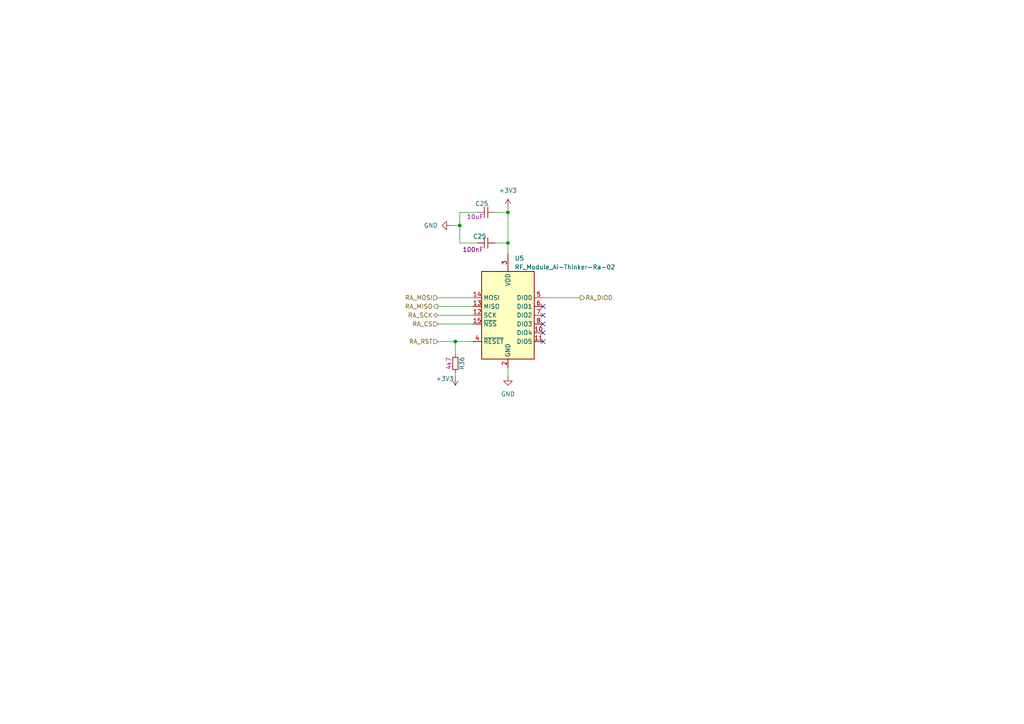
<source format=kicad_sch>
(kicad_sch (version 20230121) (generator eeschema)
  (paper "A4")
  (lib_symbols
    (symbol "DienLIB:C_0603" (pin_numbers hide) (pin_names (offset 0.254) hide)
      (property "Reference" "C" (at 0.254 1.778 0))
      (symbol "C_0603_1_1"
        (polyline (pts (xy -1.524 -0.508) (xy 1.524 -0.508)) (stroke (width 0.2)))
        (polyline (pts (xy -1.524 0.508) (xy 1.524 0.508)) (stroke (width 0.2)))
        (pin passive line (at 0 2.54 270) (length 2.032) (name "~") (number "1"))
        (pin passive line (at 0 -2.54 90) (length 2.032) (name "~") (number "2"))
      )
    )
    (symbol "DienLIB:R_0603" (pin_numbers hide) (pin_names (offset 0.254) hide)
      (property "Reference" "R" (at 0.762 0.508 0))
      (symbol "R_0603_0_1"
        (rectangle (start -0.762 1.778) (end 0.762 -1.778) (stroke (width 0.2032)))
      )
      (symbol "R_0603_1_1"
        (pin passive line (at 0 2.54 270) (length 0.762) (name "~") (number "1"))
        (pin passive line (at 0 -2.54 90) (length 0.762) (name "~") (number "2"))
      )
    )
    (symbol "IVS_SYMBOLS:RF_Module_Ai-Thinker-Ra-02"
      (property "Reference" "U" (at 2.54 19.05 0))
      (property "Value" "RF_Module_Ai-Thinker-Ra-02" (at 13.97 -15.24 0))
      (symbol "RF_Module_Ai-Thinker-Ra-02_0_1"
        (rectangle (start -7.62 12.7) (end 7.62 -12.7) (stroke (width 0.254)) (fill (type background)))
      )
      (symbol "RF_Module_Ai-Thinker-Ra-02_1_1"
        (pin passive line (at 0 -15.24 90) (length 2.54) hide (name "GND") (number "1"))
        (pin bidirectional line (at 10.16 -5.08 180) (length 2.54) (name "DIO4") (number "10"))
        (pin bidirectional line (at 10.16 -7.62 180) (length 2.54) (name "DIO5") (number "11"))
        (pin input line (at -10.16 0 0) (length 2.54) (name "SCK") (number "12"))
        (pin output line (at -10.16 2.54 0) (length 2.54) (name "MISO") (number "13"))
        (pin input line (at -10.16 5.08 0) (length 2.54) (name "MOSI") (number "14"))
        (pin input line (at -10.16 -2.54 0) (length 2.54) (name "~{NSS}") (number "15"))
        (pin passive line (at 0 -15.24 90) (length 2.54) hide (name "GND") (number "16"))
        (pin power_in line (at 0 -15.24 90) (length 2.54) (name "GND") (number "2"))
        (pin power_in line (at 0 17.78 270) (length 5.08) (name "VDD") (number "3"))
        (pin input line (at -10.16 -7.62 0) (length 2.54) (name "~{RESET}") (number "4"))
        (pin bidirectional line (at 10.16 5.08 180) (length 2.54) (name "DIO0") (number "5"))
        (pin bidirectional line (at 10.16 2.54 180) (length 2.54) (name "DIO1") (number "6"))
        (pin bidirectional line (at 10.16 0 180) (length 2.54) (name "DIO2") (number "7"))
        (pin bidirectional line (at 10.16 -2.54 180) (length 2.54) (name "DIO3") (number "8"))
        (pin passive line (at 0 -15.24 90) (length 2.54) hide (name "GND") (number "9"))
      )
    )
    (symbol "power:+3V3" (power) (pin_names (offset 0))
      (property "Value" "+3V3" (at 0 3.556 0))
      (symbol "+3V3_0_1"
        (polyline (pts (xy -0.762 1.27) (xy 0 2.54)))
        (polyline (pts (xy 0 0) (xy 0 2.54)))
        (polyline (pts (xy 0 2.54) (xy 0.762 1.27)))
      )
      (symbol "+3V3_1_1"
        (pin power_in line (at 0 0 90) (length 0) hide (name "+3V3") (number "1"))
      )
    )
    (symbol "power:GND" (power) (pin_names (offset 0))
      (property "Value" "GND" (at 0 -3.81 0))
      (symbol "GND_0_1"
        (polyline (pts (xy 0 0) (xy 0 -1.27) (xy 1.27 -1.27) (xy 0 -2.54) (xy -1.27 -1.27) (xy 0 -1.27)))
      )
      (symbol "GND_1_1"
        (pin power_in line (at 0 0 270) (length 0) hide (name "GND") (number "1"))
      )
    )
  )
  (junction (at 147.32 61.595))
  (junction (at 133.35 65.405))
  (junction (at 132.08 99.06))
  (junction (at 147.32 70.485))
  (no_connect (at 157.48 88.9))
  (no_connect (at 157.48 91.44))
  (no_connect (at 157.48 99.06))
  (no_connect (at 157.48 96.52))
  (no_connect (at 157.48 93.98))
  (wire (pts (xy 147.32 61.595) (xy 147.32 70.485)))
  (wire (pts (xy 130.81 65.405) (xy 133.35 65.405)))
  (wire (pts (xy 127 93.98) (xy 137.16 93.98)))
  (wire (pts (xy 133.35 61.595) (xy 138.43 61.595)))
  (wire (pts (xy 127 88.9) (xy 137.16 88.9)))
  (wire (pts (xy 133.35 61.595) (xy 133.35 65.405)))
  (wire (pts (xy 133.35 70.485) (xy 138.43 70.485)))
  (wire (pts (xy 133.35 65.405) (xy 133.35 70.485)))
  (wire (pts (xy 127 86.36) (xy 137.16 86.36)))
  (wire (pts (xy 143.51 70.485) (xy 147.32 70.485)))
  (wire (pts (xy 147.32 70.485) (xy 147.32 73.66)))
  (wire (pts (xy 147.32 109.22) (xy 147.32 106.68)))
  (wire (pts (xy 147.32 60.325) (xy 147.32 61.595)))
  (wire (pts (xy 143.51 61.595) (xy 147.32 61.595)))
  (wire (pts (xy 127 91.44) (xy 137.16 91.44)))
  (wire (pts (xy 127 99.06) (xy 132.08 99.06)))
  (wire (pts (xy 132.08 99.06) (xy 132.08 102.87)))
  (wire (pts (xy 157.48 86.36) (xy 168.275 86.36)))
  (wire (pts (xy 132.08 109.22) (xy 132.08 107.95)))
  (wire (pts (xy 132.08 99.06) (xy 137.16 99.06)))
  (hierarchical_label "RA_CS" (shape input) (at 127 93.98 180))
  (hierarchical_label "RA_MISO" (shape output) (at 127 88.9 180))
  (hierarchical_label "RA_MOSI" (shape input) (at 127 86.36 180))
  (hierarchical_label "RA_DIO0" (shape output) (at 168.275 86.36 0))
  (hierarchical_label "RA_SCK" (shape bidirectional) (at 127 91.44 180))
  (hierarchical_label "RA_RST" (shape input) (at 127 99.06 180))
  (symbol (lib_id "DienLIB:C_0603") (at 140.97 70.485 270) (unit 1)
    (property "Reference" "C25" (at 137.16 68.58 90) (effects (justify left)))
    (property "Value" "100nF_50V" (effects hide))
    (property "Footprint" "DienLIB:C_0603" (effects hide))
    (property "symbol" "100nF" (at 137.16 72.39 90))
    (instances (project "gateway" (path "" (reference "C25") (unit 1)) (path "" (reference "C2") (unit 1)) (path "" (reference "C4") (unit 1))))
  )
  (symbol (lib_id "DienLIB:C_0603") (at 140.97 61.595 270) (unit 1)
    (property "Reference" "C25" (at 137.795 59.055 90) (effects (justify left)))
    (property "Value" "10uF_50V" (effects hide))
    (property "Footprint" "DienLIB:C_0603" (effects hide))
    (property "symbol" "10uF" (at 137.795 62.865 90))
    (instances (project "gateway" (path "" (reference "C25") (unit 1)) (path "" (reference "C1") (unit 1)) (path "" (reference "C3") (unit 1))))
  )
  (symbol (lib_id "IVS_SYMBOLS:RF_Module_Ai-Thinker-Ra-02") (at 147.32 91.44 0) (unit 1)
    (property "Reference" "U5" (at 149.2759 74.93 0) (effects (justify left)))
    (property "Value" "RF_Module_Ai-Thinker-Ra-02" (at 149.2759 77.47 0) (effects (justify left)))
    (property "Footprint" "DienLIB:MODULE_RA-02_LORA" (effects hide))
    (property "Datasheet" "http://wiki.ai-thinker.com/_media/lora/docs/c048ps01a1_ra-02_product_specification_v1.1.pdf" (effects hide))
    (property "Thegioiic_Buylink" "https://www.thegioiic.com/sx1278-lora-ra-02-ai-thinker-mach-thu-phat-rf-433mhz-10km" (effects hide))
    (property "ICDAYROI_Buylink" "https://icdayroi.com/mach-thu-phat-rf-spi-lora-ra-02-sx1278-433mhz" (effects hide))
  )
  (symbol (lib_id "power:+3V3") (at 132.08 109.22 0) (mirror x) (unit 1)
    (property "Reference" "#PWR055" (effects hide))
    (property "Value" "+3V3" (at 126.365 109.855 0) (effects (justify left)))
    (instances (project "gateway" (path "" (reference "#PWR055") (unit 1)) (path "" (reference "#PWR081") (unit 1)) (path "" (reference "#PWR087") (unit 1))))
  )
  (symbol (lib_id "power:GND") (at 130.81 65.405 270) (unit 1)
    (property "Reference" "#PWR057" (effects hide))
    (property "Value" "GND" (at 127 65.4049 90) (effects (justify right)))
    (instances (project "dongtam" (path "" (reference "#PWR057") (unit 1))) (project "gateway" (path "" (reference "#PWR01") (unit 1)) (path "" (reference "#PWR025") (unit 1))))
  )
  (symbol (lib_id "power:+3V3") (at 147.32 60.325 0) (unit 1)
    (property "Reference" "#PWR058" (effects hide))
    (property "Value" "+3V3" (at 147.32 55.245 0))
    (instances (project "dongtam" (path "" (reference "#PWR058") (unit 1))) (project "gateway" (path "" (reference "#PWR02") (unit 1)) (path "" (reference "#PWR026") (unit 1))))
  )
  (symbol (lib_id "DienLIB:R_0603") (at 132.08 105.41 0) (mirror x) (unit 1)
    (property "Reference" "R36" (at 133.985 105.41 90))
    (property "Value" "4k7_1%_0.1W" (effects hide))
    (property "Footprint" "DienLIB:R_0603" (effects hide))
    (property "symbol" "4k7" (at 130.175 105.41 90))
    (instances (project "gateway" (path "" (reference "R36") (unit 1)) (path "" (reference "R37") (unit 1))))
  )
  (symbol (lib_id "power:GND") (at 147.32 109.22 0) (unit 1)
    (property "Reference" "#PWR057" (effects hide))
    (property "Value" "GND" (at 147.32 114.3 0))
    (instances (project "dongtam" (path "" (reference "#PWR057") (unit 1))) (project "gateway" (path "" (reference "#PWR01") (unit 1)) (path "" (reference "#PWR027") (unit 1))))
  )
)
</source>
